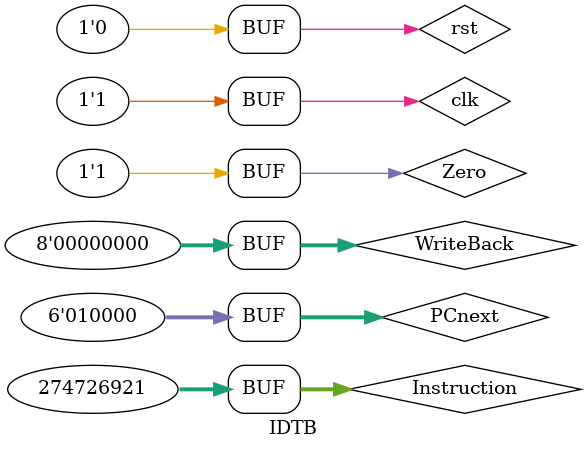
<source format=v>
`timescale 1ns / 1ps


module IDTB;

	// Inputs
	reg clk;
	reg rst;
	reg Zero;
	reg [7:0] WriteBack;
	reg [31:0] Instruction;
	reg [5:0] PCnext;

	// Outputs
	wire [7:0] readd1;
	wire [7:0] readd2;
	wire ALUSrc;
	wire MemtoReg;
	wire MemWrite;
	wire MemRead;
	wire RegWrite;
	wire [1:0] ALUop;
	wire [5:0] PCJout;
	wire [7:0] SignExtendOut;

	// Instantiate the Unit Under Test (UUT)
	ID uut (
		.clk(clk), 
		.rst(rst), 
		.Zero(Zero), 
		.WriteBack(WriteBack), 
		.Instruction(Instruction), 
		.PCnext(PCnext), 
		.readd1(readd1), 
		.readd2(readd2), 
		.ALUSrc(ALUSrc), 
		.MemtoReg(MemtoReg), 
		.MemWrite(MemWrite), 
		.MemRead(MemRead), 
		.RegWrite(RegWrite), 
		.ALUop(ALUop), 
		.PCJout(PCJout), 
		.SignExtendOut(SignExtendOut)
	);

	initial begin
		// Initialize Inputs
		clk = 0;
		rst = 0;
		Zero = 0;
		WriteBack = 0;
		Instruction = 0;
		PCnext = 0;

		// Wait 100 ns for global reset to finish
		#50;
		rst = 1;
		
		#50;
		rst = 0;
		clk = 1;
		Zero = 1;
		WriteBack = 0;
		Instruction = 32'b00010000011000000000000000001001;
		PCnext = 010000;
		
		#50;
		clk = 0;
		
		#50;
		clk = 1;
        
		// Add stimulus here

	end
      
endmodule


</source>
